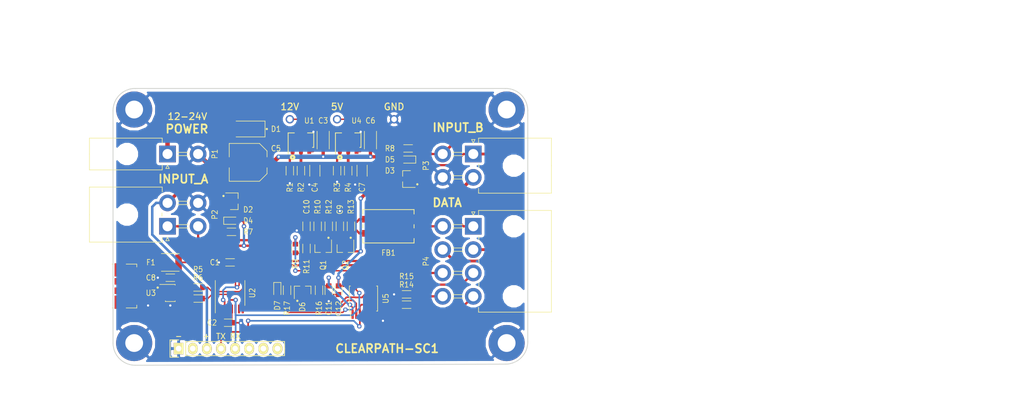
<source format=kicad_pcb>
(kicad_pcb (version 20170920) (host pcbnew no-vcs-found)
  (title_block (title "Clearpath SC1 Single Channel Hub") (date 2017-09-28) (rev 1.0) (company "Scott Rapson") (comment 1 "For use with SC Series Clearpath motors only.") (comment 2 "Supports 12-24VDC Input") (comment 3 "UART or TTL Serial for control, only one at once"))
  (layers (0 F.Cu signal) (31 B.Cu signal) (34 B.Paste user) (35 F.Paste user) (36 B.SilkS user) (37 F.SilkS user) (38 B.Mask user) (39 F.Mask user) (44 Edge.Cuts user))
  (net 0 "")
  (net 1 USB_VDD)
  (net 2 GND)
  (net 3 USB_3V3OUT)
  (net 4 +POWER)
  (net 5 +12V)
  (net 6 +5V)
  (net 7 "Net-(C9-Pad1)")
  (net 8 "Net-(C11-Pad1)")
  (net 9 "Net-(D1-PadA)")
  (net 10 INPUT_A+)
  (net 11 INPUT_B+)
  (net 12 "Net-(D4-PadC)")
  (net 13 "Net-(D5-PadC)")
  (net 14 "Net-(D6-Pad1)")
  (net 15 "Net-(D7-PadC)")
  (net 16 "Net-(F1-Pad2)")
  (net 17 MOTOR_RX_B)
  (net 18 MOTOR_RX_A)
  (net 19 "Net-(J?1-Pad4)")
  (net 20 "Net-(J?1-Pad3)")
  (net 21 "Net-(J?1-Pad2)")
  (net 22 INPUT_A-)
  (net 23 INPUT_B-)
  (net 24 MOTOR_TX_B)
  (net 25 MOTOR_TX_A)
  (net 26 "Net-(Q1-Pad1)")
  (net 27 "Net-(Q1-Pad2)")
  (net 28 "Net-(Q1-Pad3)")
  (net 29 "Net-(R1-Pad1)")
  (net 30 "Net-(R3-Pad1)")
  (net 31 "Net-(R5-Pad2)")
  (net 32 USB_D-)
  (net 33 USB_D+)
  (net 34 "Net-(R6-Pad2)")
  (net 35 "Net-(R9-Pad2)")
  (net 36 "Net-(R14-Pad2)")
  (net 37 "Net-(R17-Pad2)")
  (net 38 "Net-(U2-Pad16)")
  (net 39 "Net-(U2-Pad15)")
  (net 40 "Net-(U2-Pad14)")
  (net 41 "Net-(U2-Pad7)")
  (net 42 "Net-(U2-Pad6)")
  (net 43 SERIAL_RX)
  (net 44 "Net-(U2-Pad2)")
  (net 45 SERIAL_TX)
  (net 46 "Net-(U5-Pad11)")
  (net 47 "Net-(P5-Pad2)")
  (net 48 "Net-(P5-Pad6)")
  (net 49 "Net-(P5-Pad7)")
  (net 50 "Net-(P5-Pad8)")
  (module Applidyne_Fuse:FUSC3225X85L50N (layer F.Cu) (at 110.5 131.5 180)
    (fp_text reference F1 (at 3.5 0) (layer F.SilkS) (effects (font (size 1 0.9) (thickness 0.13))))
    (fp_text value 500mA_1210L_PTC hide)
    (pad 2 smd rect (at 1.485 0 180) (size 1.18 2.81) (layers F.Cu F.Paste F.Mask) (net 16 "Net-(F1-Pad2)"))
    (pad 1 smd rect (at -1.485 0 180) (size 1.18 2.81) (layers F.Cu F.Paste F.Mask) (net 1 USB_VDD))
  )
  (module Applidyne_Inductor:SRF0905 (layer F.Cu) (at 149.75 125)
    (fp_text reference FB1 (at 0 4.77) (layer F.SilkS) (effects (font (size 1 0.9) (thickness 0.13))))
    (fp_text value CHOKE_6500uH_300mA_0.3-2MHz hide)
    (pad 3 smd rect (at 3.75 1.27) (size 2 1.2) (layers F.Cu F.Paste F.Mask) (net 18 MOTOR_RX_A))
    (pad 4 smd rect (at 3.75 -1.27) (size 2 1.2) (layers F.Cu F.Paste F.Mask) (net 17 MOTOR_RX_B))
    (pad 1 smd rect (at -3.75 -1.27) (size 2 1.2) (layers F.Cu F.Paste F.Mask) (net 2 GND))
    (pad 2 smd rect (at -3.75 1.27) (size 2 1.2) (layers F.Cu F.Paste F.Mask) (net 7 "Net-(C9-Pad1)"))
  )
  (module Applidyne_Connector_Molex:Molex_MiniFit-JR-5569-08A2_2x04x4.20mm_Angled (layer F.Cu) (at 165 125 270)
    (fp_text reference P4 (at 6.3 8.5 270) (layer F.SilkS) (effects (font (size 1 0.9) (thickness 0.13))))
    (fp_text value MOLEX_MICROFIT_JR_RH_2x4_WAY)
    (pad 1 thru_hole rect (at 0 0 270) (size 3 3) (drill 1.8) (layers *.Cu *.Mask) (net 17 MOTOR_RX_B))
    (pad 2 thru_hole circle (at 4.2 0 270) (size 3 3) (drill 1.8) (layers *.Cu *.Mask) (net 11 INPUT_B+))
    (pad 3 thru_hole circle (at 8.4 0 270) (size 3 3) (drill 1.8) (layers *.Cu *.Mask) (net 10 INPUT_A+))
    (pad 4 thru_hole circle (at 12.6 0 270) (size 3 3) (drill 1.8) (layers *.Cu *.Mask) (net 25 MOTOR_TX_A))
    (pad 5 thru_hole circle (at 0 5.5 270) (size 3 3) (drill 1.8) (layers *.Cu *.Mask) (net 18 MOTOR_RX_A))
    (pad 6 thru_hole circle (at 4.2 5.5 270) (size 3 3) (drill 1.8) (layers *.Cu *.Mask) (net 23 INPUT_B-))
    (pad 7 thru_hole circle (at 8.4 5.5 270) (size 3 3) (drill 1.8) (layers *.Cu *.Mask) (net 22 INPUT_A-))
    (pad 8 thru_hole circle (at 12.6 5.5 270) (size 3 3) (drill 1.8) (layers *.Cu *.Mask) (net 24 MOTOR_TX_B))
    (pad "" np_thru_hole circle (at 0 -7.3 270) (size 3 3) (drill 3) (layers *.Cu *.Mask))
    (pad "" np_thru_hole circle (at 12.6 -7.3 270) (size 3 3) (drill 3) (layers *.Cu *.Mask))
  )
  (module Applidyne_Connector_Molex:Molex_MiniFit-JR-5569-04A2_2x02x4.20mm_Angled (layer F.Cu) (at 110 125 90)
    (fp_text reference P2 (at 2.1 8.5 90) (layer F.SilkS) (effects (font (size 1 0.9) (thickness 0.13))))
    (fp_text value MOLEX_MICROFIT_JR_RH_2x2_WAY)
    (pad 1 thru_hole rect (at 0 0 90) (size 3 3) (drill 1.8) (layers *.Cu *.Mask) (net 10 INPUT_A+))
    (pad 2 thru_hole circle (at 4.2 0 90) (size 3 3) (drill 1.8) (layers *.Cu *.Mask) (net 4 +POWER))
    (pad 3 thru_hole circle (at 0 5.5 90) (size 3 3) (drill 1.8) (layers *.Cu *.Mask) (net 22 INPUT_A-))
    (pad 4 thru_hole circle (at 4.2 5.5 90) (size 3 3) (drill 1.8) (layers *.Cu *.Mask) (net 2 GND))
    (pad "" np_thru_hole circle (at 2.1 -7.3 90) (size 3 3) (drill 3) (layers *.Cu *.Mask))
  )
  (module Applidyne_Connector_Molex:Molex_MiniFit-JR-5569-04A2_2x02x4.20mm_Angled (layer F.Cu) (at 165 112 270)
    (fp_text reference P3 (at 2.1 8.5 270) (layer F.SilkS) (effects (font (size 1 0.9) (thickness 0.13))))
    (fp_text value MOLEX_MICROFIT_JR_RH_2x2_WAY)
    (pad 1 thru_hole rect (at 0 0 270) (size 3 3) (drill 1.8) (layers *.Cu *.Mask) (net 11 INPUT_B+))
    (pad 2 thru_hole circle (at 4.2 0 270) (size 3 3) (drill 1.8) (layers *.Cu *.Mask) (net 4 +POWER))
    (pad 3 thru_hole circle (at 0 5.5 270) (size 3 3) (drill 1.8) (layers *.Cu *.Mask) (net 23 INPUT_B-))
    (pad 4 thru_hole circle (at 4.2 5.5 270) (size 3 3) (drill 1.8) (layers *.Cu *.Mask) (net 2 GND))
    (pad "" np_thru_hole circle (at 2.1 -7.3 270) (size 3 3) (drill 3) (layers *.Cu *.Mask))
  )
  (module Applidyne_Connector_Molex:Molex_MiniFit-JR-5569-02A2_2x01x4.20mm_Angled (layer F.Cu) (at 110 112 90)
    (fp_text reference P1 (at 0 8.5 90) (layer F.SilkS) (effects (font (size 1 0.9) (thickness 0.13))))
    (fp_text value MOLEX_MICROFIT_JR_RH_2x1_WAY)
    (pad 1 thru_hole rect (at 0 0 90) (size 3 3) (drill 1.8) (layers *.Cu *.Mask) (net 9 "Net-(D1-PadA)"))
    (pad 2 thru_hole circle (at 0 5.5 90) (size 3 3) (drill 1.8) (layers *.Cu *.Mask) (net 2 GND))
    (pad "" np_thru_hole circle (at 0 -7.3 90) (size 3 3) (drill 3) (layers *.Cu *.Mask))
  )
  (module Applidyne_Capacitor:CAPC1608X90N (layer F.Cu) (at 121.25 131.5 180)
    (fp_text reference C1 (at 2.75 0 180) (layer F.SilkS) (effects (font (size 1 0.9) (thickness 0.13))))
    (fp_text value 100NF_X7R_1608M hide)
    (pad 1 smd rect (at -0.775 0) (size 0.92 0.97) (layers F.Cu F.Paste F.Mask) (net 1 USB_VDD))
    (pad 2 smd rect (at 0.775 0) (size 0.92 0.97) (layers F.Cu F.Paste F.Mask) (net 2 GND))
  )
  (module Applidyne_Capacitor:CAPC1608X90N (layer F.Cu) (at 121 142.35)
    (fp_text reference C2 (at -3 0) (layer F.SilkS) (effects (font (size 1 0.9) (thickness 0.13))))
    (fp_text value 100NF_X7R_1608M hide)
    (pad 2 smd rect (at 0.775 0 180) (size 0.92 0.97) (layers F.Cu F.Paste F.Mask) (net 2 GND))
    (pad 1 smd rect (at -0.775 0 180) (size 0.92 0.97) (layers F.Cu F.Paste F.Mask) (net 3 USB_3V3OUT))
  )
  (module Applidyne_Capacitor:CAPC3216X135N (layer F.Cu) (at 138 109.5 90)
    (fp_text reference C3 (at 3.5 0 180) (layer F.SilkS) (effects (font (size 1 0.9) (thickness 0.13))))
    (fp_text value 1UF_X7R_3216M hide)
    (pad 2 smd rect (at 1.475 0 270) (size 1.16 1.82) (layers F.Cu F.Paste F.Mask) (net 2 GND))
    (pad 1 smd rect (at -1.475 0 270) (size 1.16 1.82) (layers F.Cu F.Paste F.Mask) (net 4 +POWER))
  )
  (module Applidyne_Capacitor:CAPC2012X110N (layer F.Cu) (at 136.5 115 270)
    (fp_text reference C4 (at 3 0 270) (layer F.SilkS) (effects (font (size 1 0.9) (thickness 0.13))))
    (fp_text value 1UF_X7R_2012M hide)
    (pad 2 smd rect (at 0.875 0 90) (size 1.16 1.47) (layers F.Cu F.Paste F.Mask) (net 2 GND))
    (pad 1 smd rect (at -0.875 0 90) (size 1.16 1.47) (layers F.Cu F.Paste F.Mask) (net 5 +12V))
  )
  (module Applidyne_Capacitor:CAPAE660X580DD180L260N (layer F.Cu) (at 124.5 113.5 180)
    (fp_text reference C5 (at -5 2.5 180) (layer F.SilkS) (effects (font (size 1 0.9) (thickness 0.13))))
    (fp_text value 100UF_ELEC_35V_660X580M hide)
    (pad 1 smd rect (at -2.48 0 270) (size 1.58 3.27) (layers F.Cu F.Paste F.Mask) (net 4 +POWER))
    (pad 2 smd rect (at 2.48 0 270) (size 1.58 3.27) (layers F.Cu F.Paste F.Mask) (net 2 GND))
  )
  (module Applidyne_Capacitor:CAPC3216X135N (layer F.Cu) (at 146.5 109.5 90)
    (fp_text reference C6 (at 3.5 0 180) (layer F.SilkS) (effects (font (size 1 0.9) (thickness 0.13))))
    (fp_text value 1UF_X7R_3216M hide)
    (pad 1 smd rect (at -1.475 0 270) (size 1.16 1.82) (layers F.Cu F.Paste F.Mask) (net 4 +POWER))
    (pad 2 smd rect (at 1.475 0 270) (size 1.16 1.82) (layers F.Cu F.Paste F.Mask) (net 2 GND))
  )
  (module Applidyne_Capacitor:CAPC2012X110N (layer F.Cu) (at 145 115 270)
    (fp_text reference C7 (at 3 0 270) (layer F.SilkS) (effects (font (size 1 0.9) (thickness 0.13))))
    (fp_text value 1UF_X7R_2012M hide)
    (pad 1 smd rect (at -0.875 0 90) (size 1.16 1.47) (layers F.Cu F.Paste F.Mask) (net 6 +5V))
    (pad 2 smd rect (at 0.875 0 90) (size 1.16 1.47) (layers F.Cu F.Paste F.Mask) (net 2 GND))
  )
  (module Applidyne_Capacitor:CAPC1608X90N (layer F.Cu) (at 110.5 134.25 180)
    (fp_text reference C8 (at 3.5 0 180) (layer F.SilkS) (effects (font (size 1 0.9) (thickness 0.13))))
    (fp_text value 100NF_X7R_1608M hide)
    (pad 2 smd rect (at 0.775 0) (size 0.92 0.97) (layers F.Cu F.Paste F.Mask) (net 2 GND))
    (pad 1 smd rect (at -0.775 0) (size 0.92 0.97) (layers F.Cu F.Paste F.Mask) (net 1 USB_VDD))
  )
  (module Applidyne_Capacitor:CAPC1608X90N (layer F.Cu) (at 141 125 90)
    (fp_text reference C9 (at 3 0 90) (layer F.SilkS) (effects (font (size 1 0.9) (thickness 0.13))))
    (fp_text value 33NF_X7R_1608M hide)
    (pad 2 smd rect (at 0.775 0 270) (size 0.92 0.97) (layers F.Cu F.Paste F.Mask) (net 2 GND))
    (pad 1 smd rect (at -0.775 0 270) (size 0.92 0.97) (layers F.Cu F.Paste F.Mask) (net 7 "Net-(C9-Pad1)"))
  )
  (module Applidyne_Capacitor:CAPC1608X90N (layer F.Cu) (at 135 125 270)
    (fp_text reference C10 (at -3.5 0 270) (layer F.SilkS) (effects (font (size 1 0.9) (thickness 0.13))))
    (fp_text value 100NF_X7R_1608M hide)
    (pad 1 smd rect (at -0.775 0 90) (size 0.92 0.97) (layers F.Cu F.Paste F.Mask) (net 5 +12V))
    (pad 2 smd rect (at 0.775 0 90) (size 0.92 0.97) (layers F.Cu F.Paste F.Mask) (net 2 GND))
  )
  (module Applidyne_Capacitor:CAPC1608X90N (layer F.Cu) (at 139 136.5 270)
    (fp_text reference C11 (at 3.25 0 270) (layer F.SilkS) (effects (font (size 1 0.9) (thickness 0.13))))
    (fp_text value 100NF_X7R_1608M hide)
    (pad 1 smd rect (at -0.775 0 90) (size 0.92 0.97) (layers F.Cu F.Paste F.Mask) (net 8 "Net-(C11-Pad1)"))
    (pad 2 smd rect (at 0.775 0 90) (size 0.92 0.97) (layers F.Cu F.Paste F.Mask) (net 2 GND))
  )
  (module Applidyne_SOD:SODFL5125X250N (layer F.Cu) (at 124.5 107.5 180)
    (fp_text reference D1 (at -5 0 180) (layer F.SilkS) (effects (font (size 1 0.9) (thickness 0.13))))
    (fp_text value 1000V_1A_SODFL5125 hide)
    (pad C smd rect (at -2.03 0 270) (size 1.62 1.66) (layers F.Cu F.Paste F.Mask) (net 4 +POWER))
    (pad A smd rect (at 2.03 0 270) (size 1.62 1.66) (layers F.Cu F.Paste F.Mask) (net 9 "Net-(D1-PadA)"))
  )
  (module Applidyne_SOT:SOT95P240X110-3L16N (layer F.Cu) (at 122 120.5 270)
    (fp_text reference D2 (at 1.5 -2.5) (layer F.SilkS) (effects (font (size 1 0.9) (thickness 0.13))))
    (fp_text value BAS21_SOT23 hide)
    (pad 1 smd rect (at -0.95 1.025 90) (size 0.61 1.18) (layers F.Cu F.Paste F.Mask) (net 4 +POWER))
    (pad 2 smd rect (at 0.95 1.025 90) (size 0.61 1.18) (layers F.Cu F.Paste F.Mask))
    (pad 3 smd rect (at 0 -1.025 90) (size 0.61 1.18) (layers F.Cu F.Paste F.Mask) (net 10 INPUT_A+))
  )
  (module Applidyne_SOT:SOT95P240X110-3L16N (layer F.Cu) (at 153 116.5 90)
    (fp_text reference D3 (at 1.5 -3 180) (layer F.SilkS) (effects (font (size 1 0.9) (thickness 0.13))))
    (fp_text value BAS21_SOT23 hide)
    (pad 3 smd rect (at 0 -1.025 270) (size 0.61 1.18) (layers F.Cu F.Paste F.Mask) (net 11 INPUT_B+))
    (pad 2 smd rect (at 0.95 1.025 270) (size 0.61 1.18) (layers F.Cu F.Paste F.Mask))
    (pad 1 smd rect (at -0.95 1.025 270) (size 0.61 1.18) (layers F.Cu F.Paste F.Mask) (net 4 +POWER))
  )
  (module Applidyne_LED:LEDC1608X80L40N (layer F.Cu) (at 121.5 124)
    (fp_text reference D4 (at 3 0) (layer F.SilkS) (effects (font (size 1 0.9) (thickness 0.13))))
    (fp_text value LED_GREEN_1608M hide)
    (pad C smd rect (at -0.76 0) (size 0.91 0.93) (layers F.Cu F.Paste F.Mask) (net 12 "Net-(D4-PadC)"))
    (pad A smd rect (at 0.76 0) (size 0.91 0.93) (layers F.Cu F.Paste F.Mask) (net 10 INPUT_A+))
  )
  (module Applidyne_LED:LEDC1608X80L40N (layer F.Cu) (at 153.26 113 180)
    (fp_text reference D5 (at 3.26 0 180) (layer F.SilkS) (effects (font (size 1 0.9) (thickness 0.13))))
    (fp_text value LED_GREEN_1608M hide)
    (pad C smd rect (at -0.76 0 180) (size 0.91 0.93) (layers F.Cu F.Paste F.Mask) (net 13 "Net-(D5-PadC)"))
    (pad A smd rect (at 0.76 0 180) (size 0.91 0.93) (layers F.Cu F.Paste F.Mask) (net 11 INPUT_B+))
  )
  (module Applidyne_SOT:SOT95P240X110-3L16N (layer F.Cu) (at 134.3 136.475)
    (fp_text reference D6 (at -0.05 3.025 270) (layer F.SilkS) (effects (font (size 1 0.9) (thickness 0.13))))
    (fp_text value BAS21_SOT23 hide)
    (pad 3 smd rect (at 0 -1.025 180) (size 0.61 1.18) (layers F.Cu F.Paste F.Mask) (net 8 "Net-(C11-Pad1)"))
    (pad 2 smd rect (at 0.95 1.025 180) (size 0.61 1.18) (layers F.Cu F.Paste F.Mask))
    (pad 1 smd rect (at -0.95 1.025 180) (size 0.61 1.18) (layers F.Cu F.Paste F.Mask) (net 14 "Net-(D6-Pad1)"))
  )
  (module Applidyne_LED:LEDC1608X80L40N (layer F.Cu) (at 129.75 136.5 270)
    (fp_text reference D7 (at 2.75 0 270) (layer F.SilkS) (effects (font (size 1 0.9) (thickness 0.13))))
    (fp_text value LED_GREEN_1608M hide)
    (pad A smd rect (at 0.76 0 270) (size 0.91 0.93) (layers F.Cu F.Paste F.Mask) (net 6 +5V))
    (pad C smd rect (at -0.76 0 270) (size 0.91 0.93) (layers F.Cu F.Paste F.Mask) (net 15 "Net-(D7-PadC)"))
  )
  (module Applidyne_USB:MOLEX_47346-0001 (layer F.Cu) (at 102.75 135.75)
    (fp_text reference J?1 hide)
    (fp_text value USB_MICRO_B_SMD_2)
    (pad 6 smd rect (at -1.33 0.84) (size 1.9 1.175) (layers F.Cu F.Paste F.Mask))
    (pad 6 smd rect (at -1.33 -0.84) (size 1.9 1.175) (layers F.Cu F.Paste F.Mask))
    (pad 6 smd rect (at -1.33 2.91) (size 1.9 2.375) (layers F.Cu F.Paste F.Mask))
    (pad 6 smd rect (at -1.33 -2.91) (size 1.9 2.375) (layers F.Cu F.Paste F.Mask))
    (pad 6 smd rect (at 0.97 2.4625) (size 2.1 1.475) (layers F.Cu F.Paste F.Mask))
    (pad 6 smd rect (at 0.97 -2.4625) (size 2.1 1.475) (layers F.Cu F.Paste F.Mask))
    (pad 5 smd rect (at 1.33 1.3) (size 1.38 0.45) (layers F.Cu F.Paste F.Mask) (net 2 GND))
    (pad 4 smd rect (at 1.33 0.65) (size 1.38 0.45) (layers F.Cu F.Paste F.Mask) (net 19 "Net-(J?1-Pad4)"))
    (pad 3 smd rect (at 1.33 0) (size 1.38 0.45) (layers F.Cu F.Paste F.Mask) (net 20 "Net-(J?1-Pad3)"))
    (pad 2 smd rect (at 1.33 -0.65) (size 1.38 0.45) (layers F.Cu F.Paste F.Mask) (net 21 "Net-(J?1-Pad2)"))
    (pad 1 smd rect (at 1.33 -1.3) (size 1.38 0.45) (layers F.Cu F.Paste F.Mask) (net 16 "Net-(F1-Pad2)"))
  )
  (module Applidyne_Mount:MTGP650H330 (layer F.Cu) (at 171 104)
    (fp_text reference MNT1 hide)
    (fp_text value MNT_M3_PLATED hide)
    (pad 1 thru_hole circle (at 0 0) (size 6.5 6.5) (drill 3.2) (layers *.Cu *.Mask) (net 2 GND))
  )
  (module Applidyne_Mount:MTGP650H330 (layer F.Cu) (at 171 146)
    (fp_text reference MNT2 hide)
    (fp_text value MNT_M3_PLATED hide)
    (pad 1 thru_hole circle (at 0 0) (size 6.5 6.5) (drill 3.2) (layers *.Cu *.Mask) (net 2 GND))
  )
  (module Applidyne_Mount:MTGP650H330 (layer F.Cu) (at 104 146)
    (fp_text reference MNT3 hide)
    (fp_text value MNT_M3_PLATED hide)
    (pad 1 thru_hole circle (at 0 0) (size 6.5 6.5) (drill 3.2) (layers *.Cu *.Mask) (net 2 GND))
  )
  (module Applidyne_Mount:MTGP650H330 (layer F.Cu) (at 104 104)
    (fp_text reference MNT4 hide)
    (fp_text value MNT_M3_PLATED hide)
    (pad 1 thru_hole circle (at 0 0) (size 6.5 6.5) (drill 3.2) (layers *.Cu *.Mask) (net 2 GND))
  )
  (module Applidyne_SOT:SOT95P240X110-3L16N (layer F.Cu) (at 138 129 180)
    (fp_text reference Q1 (at 0 -3 270) (layer F.SilkS) (effects (font (size 1 0.9) (thickness 0.13))))
    (fp_text value MMBT5401 hide)
    (pad 1 smd rect (at -0.95 1.025) (size 0.61 1.18) (layers F.Cu F.Paste F.Mask) (net 26 "Net-(Q1-Pad1)"))
    (pad 2 smd rect (at 0.95 1.025) (size 0.61 1.18) (layers F.Cu F.Paste F.Mask) (net 27 "Net-(Q1-Pad2)"))
    (pad 3 smd rect (at 0 -1.025) (size 0.61 1.18) (layers F.Cu F.Paste F.Mask) (net 28 "Net-(Q1-Pad3)"))
  )
  (module Applidyne_SOT:SOT95P240X110-3L16N (layer F.Cu) (at 142 129 180)
    (fp_text reference Q2 (at 0 -3 270) (layer F.SilkS) (effects (font (size 1 0.9) (thickness 0.13))))
    (fp_text value MMBTA06 hide)
    (pad 1 smd rect (at -0.95 1.025) (size 0.61 1.18) (layers F.Cu F.Paste F.Mask) (net 6 +5V))
    (pad 2 smd rect (at 0.95 1.025) (size 0.61 1.18) (layers F.Cu F.Paste F.Mask) (net 7 "Net-(C9-Pad1)"))
    (pad 3 smd rect (at 0 -1.025) (size 0.61 1.18) (layers F.Cu F.Paste F.Mask) (net 26 "Net-(Q1-Pad1)"))
  )
  (module Applidyne_Resistor:RESC1608X50N (layer F.Cu) (at 132 115 270)
    (fp_text reference R1 (at 3 0 270) (layer F.SilkS) (effects (font (size 1 0.9) (thickness 0.13))))
    (fp_text value 2K2_1608M hide)
    (pad 1 smd rect (at -0.775 0 90) (size 0.85 0.98) (layers F.Cu F.Paste F.Mask) (net 29 "Net-(R1-Pad1)"))
    (pad 2 smd rect (at 0.775 0 90) (size 0.85 0.98) (layers F.Cu F.Paste F.Mask) (net 2 GND))
  )
  (module Applidyne_Resistor:RESC1608X50N (layer F.Cu) (at 134 115 270)
    (fp_text reference R2 (at 3 0 270) (layer F.SilkS) (effects (font (size 1 0.9) (thickness 0.13))))
    (fp_text value 240R_1608M hide)
    (pad 1 smd rect (at -0.775 0 90) (size 0.85 0.98) (layers F.Cu F.Paste F.Mask) (net 5 +12V))
    (pad 2 smd rect (at 0.775 0 90) (size 0.85 0.98) (layers F.Cu F.Paste F.Mask) (net 29 "Net-(R1-Pad1)"))
  )
  (module Applidyne_Resistor:RESC1608X50N (layer F.Cu) (at 140.5 115 270)
    (fp_text reference R3 (at 3 0 270) (layer F.SilkS) (effects (font (size 1 0.9) (thickness 0.13))))
    (fp_text value 750R_1608M hide)
    (pad 2 smd rect (at 0.775 0 90) (size 0.85 0.98) (layers F.Cu F.Paste F.Mask) (net 2 GND))
    (pad 1 smd rect (at -0.775 0 90) (size 0.85 0.98) (layers F.Cu F.Paste F.Mask) (net 30 "Net-(R3-Pad1)"))
  )
  (module Applidyne_Resistor:RESC1608X50N (layer F.Cu) (at 142.5 115 270)
    (fp_text reference R4 (at 3 0 270) (layer F.SilkS) (effects (font (size 1 0.9) (thickness 0.13))))
    (fp_text value 240R_1608M hide)
    (pad 2 smd rect (at 0.775 0 90) (size 0.85 0.98) (layers F.Cu F.Paste F.Mask) (net 30 "Net-(R3-Pad1)"))
    (pad 1 smd rect (at -0.775 0 90) (size 0.85 0.98) (layers F.Cu F.Paste F.Mask) (net 6 +5V))
  )
  (module Applidyne_Resistor:RESC1608X50N (layer F.Cu) (at 115.5 136 180)
    (fp_text reference R5 (at 0 3.25 180) (layer F.SilkS) (effects (font (size 1 0.9) (thickness 0.13))))
    (fp_text value 22R_1608M hide)
    (pad 2 smd rect (at 0.775 0) (size 0.85 0.98) (layers F.Cu F.Paste F.Mask) (net 31 "Net-(R5-Pad2)"))
    (pad 1 smd rect (at -0.775 0) (size 0.85 0.98) (layers F.Cu F.Paste F.Mask) (net 32 USB_D-))
  )
  (module Applidyne_Resistor:RESC1608X50N (layer F.Cu) (at 115.525 138 180)
    (fp_text reference R6 (at 0.025 3.75 180) (layer F.SilkS) (effects (font (size 1 0.9) (thickness 0.13))))
    (fp_text value 22R_1608M hide)
    (pad 1 smd rect (at -0.775 0) (size 0.85 0.98) (layers F.Cu F.Paste F.Mask) (net 33 USB_D+))
    (pad 2 smd rect (at 0.775 0) (size 0.85 0.98) (layers F.Cu F.Paste F.Mask) (net 34 "Net-(R6-Pad2)"))
  )
  (module Applidyne_Resistor:RESC1608X50N (layer F.Cu) (at 121.5 126)
    (fp_text reference R7 (at 3 0) (layer F.SilkS) (effects (font (size 1 0.9) (thickness 0.13))))
    (fp_text value 2K40_1608M hide)
    (pad 2 smd rect (at 0.775 0 180) (size 0.85 0.98) (layers F.Cu F.Paste F.Mask) (net 22 INPUT_A-))
    (pad 1 smd rect (at -0.775 0 180) (size 0.85 0.98) (layers F.Cu F.Paste F.Mask) (net 12 "Net-(D4-PadC)"))
  )
  (module Applidyne_Resistor:RESC1608X50N (layer F.Cu) (at 153.275 111 180)
    (fp_text reference R8 (at 3.275 0 180) (layer F.SilkS) (effects (font (size 1 0.9) (thickness 0.13))))
    (fp_text value 2K40_1608M hide)
    (pad 1 smd rect (at -0.775 0) (size 0.85 0.98) (layers F.Cu F.Paste F.Mask) (net 13 "Net-(D5-PadC)"))
    (pad 2 smd rect (at 0.775 0) (size 0.85 0.98) (layers F.Cu F.Paste F.Mask) (net 23 INPUT_B-))
  )
  (module Applidyne_Resistor:RESC1608X50N (layer F.Cu) (at 133 129 90)
    (fp_text reference R9 (at -2.75 0 90) (layer F.SilkS) (effects (font (size 1 0.9) (thickness 0.13))))
    (fp_text value 1K00_1608M hide)
    (pad 1 smd rect (at -0.775 0 270) (size 0.85 0.98) (layers F.Cu F.Paste F.Mask) (net 28 "Net-(Q1-Pad3)"))
    (pad 2 smd rect (at 0.775 0 270) (size 0.85 0.98) (layers F.Cu F.Paste F.Mask) (net 35 "Net-(R9-Pad2)"))
  )
  (module Applidyne_Resistor:RESC1608X50N (layer F.Cu) (at 137 125 270)
    (fp_text reference R10 (at -3.5 0 270) (layer F.SilkS) (effects (font (size 1 0.9) (thickness 0.13))))
    (fp_text value 768R_1608M hide)
    (pad 1 smd rect (at -0.775 0 90) (size 0.85 0.98) (layers F.Cu F.Paste F.Mask) (net 5 +12V))
    (pad 2 smd rect (at 0.775 0 90) (size 0.85 0.98) (layers F.Cu F.Paste F.Mask) (net 27 "Net-(Q1-Pad2)"))
  )
  (module Applidyne_Resistor:RESC1608X50N (layer F.Cu) (at 135 129 90)
    (fp_text reference R11 (at -3.25 0 90) (layer F.SilkS) (effects (font (size 1 0.9) (thickness 0.13))))
    (fp_text value 4K7_1608M hide)
    (pad 1 smd rect (at -0.775 0 270) (size 0.85 0.98) (layers F.Cu F.Paste F.Mask) (net 28 "Net-(Q1-Pad3)"))
    (pad 2 smd rect (at 0.775 0 270) (size 0.85 0.98) (layers F.Cu F.Paste F.Mask) (net 2 GND))
  )
  (module Applidyne_Resistor:RESC1608X50N (layer F.Cu) (at 139 125 270)
    (fp_text reference R12 (at -3.5 0 270) (layer F.SilkS) (effects (font (size 1 0.9) (thickness 0.13))))
    (fp_text value 93K1_1608M hide)
    (pad 1 smd rect (at -0.775 0 90) (size 0.85 0.98) (layers F.Cu F.Paste F.Mask) (net 5 +12V))
    (pad 2 smd rect (at 0.775 0 90) (size 0.85 0.98) (layers F.Cu F.Paste F.Mask) (net 26 "Net-(Q1-Pad1)"))
  )
  (module Applidyne_Resistor:RESC1608X50N (layer F.Cu) (at 143 125 90)
    (fp_text reference R13 (at 3.5 0 90) (layer F.SilkS) (effects (font (size 1 0.9) (thickness 0.13))))
    (fp_text value 560R_1608M hide)
    (pad 1 smd rect (at -0.775 0 270) (size 0.85 0.98) (layers F.Cu F.Paste F.Mask) (net 7 "Net-(C9-Pad1)"))
    (pad 2 smd rect (at 0.775 0 270) (size 0.85 0.98) (layers F.Cu F.Paste F.Mask) (net 2 GND))
  )
  (module Applidyne_Resistor:RESC1608X50N (layer F.Cu) (at 153 139.1 180)
    (fp_text reference R14 (at 0 3.6 180) (layer F.SilkS) (effects (font (size 1 0.9) (thickness 0.13))))
    (fp_text value 62R_1608M hide)
    (pad 1 smd rect (at -0.775 0) (size 0.85 0.98) (layers F.Cu F.Paste F.Mask) (net 25 MOTOR_TX_A))
    (pad 2 smd rect (at 0.775 0) (size 0.85 0.98) (layers F.Cu F.Paste F.Mask) (net 36 "Net-(R14-Pad2)"))
  )
  (module Applidyne_Resistor:RESC1608X50N (layer F.Cu) (at 153 137.25 180)
    (fp_text reference R15 (at 0 3.25 180) (layer F.SilkS) (effects (font (size 1 0.9) (thickness 0.13))))
    (fp_text value 62R_1608M hide)
    (pad 2 smd rect (at 0.775 0) (size 0.85 0.98) (layers F.Cu F.Paste F.Mask) (net 2 GND))
    (pad 1 smd rect (at -0.775 0) (size 0.85 0.98) (layers F.Cu F.Paste F.Mask) (net 24 MOTOR_TX_B))
  )
  (module Applidyne_Resistor:RESC1608X50N (layer F.Cu) (at 137.25 136.5 270)
    (fp_text reference R16 (at 3.25 0 270) (layer F.SilkS) (effects (font (size 1 0.9) (thickness 0.13))))
    (fp_text value 470K_1608M hide)
    (pad 2 smd rect (at 0.775 0 90) (size 0.85 0.98) (layers F.Cu F.Paste F.Mask) (net 14 "Net-(D6-Pad1)"))
    (pad 1 smd rect (at -0.775 0 90) (size 0.85 0.98) (layers F.Cu F.Paste F.Mask) (net 8 "Net-(C11-Pad1)"))
  )
  (module Applidyne_Resistor:RESC1608X50N (layer F.Cu) (at 131.5 136.5 270)
    (fp_text reference R17 (at 3.25 0 270) (layer F.SilkS) (effects (font (size 1 0.9) (thickness 0.13))))
    (fp_text value 390R_1608M hide)
    (pad 2 smd rect (at 0.775 0 90) (size 0.85 0.98) (layers F.Cu F.Paste F.Mask) (net 37 "Net-(R17-Pad2)"))
    (pad 1 smd rect (at -0.775 0 90) (size 0.85 0.98) (layers F.Cu F.Paste F.Mask) (net 15 "Net-(D7-PadC)"))
  )
  (module Applidyne_SOT:SOT89N (layer F.Cu) (at 134 109.5)
    (fp_text reference U1 (at 1.5 -3.5) (layer F.SilkS) (effects (font (size 1 0.9) (thickness 0.13))))
    (fp_text value LM317LCPK hide)
    (pad 1 smd rect (at -1.5 1.875) (size 0.7 1.2) (layers F.Cu F.Paste F.Mask) (net 29 "Net-(R1-Pad1)"))
    (pad 2 smd rect (at 0 1.875) (size 0.7 1.2) (layers F.Cu F.Paste F.Mask) (net 5 +12V))
    (pad 3 smd rect (at 1.5 1.875) (size 0.7 1.2) (layers F.Cu F.Paste F.Mask) (net 4 +POWER))
    (pad 2 smd rect (at 0 0.889) (size 0.7 1) (layers F.Cu F.Mask) (net 5 +12V))
    (pad 2 smd rect (at 0 -0.9625) (size 2 2.925) (layers F.Cu F.Mask) (net 5 +12V))
  )
  (module Applidyne_SOP:SOP16P65_500X640X120L62X24N (layer F.Cu) (at 121.25 137)
    (fp_text reference U2 (at 4 0 270) (layer F.SilkS) (effects (font (size 1 0.9) (thickness 0.13))))
    (fp_text value FT230XS-R)
    (pad 16 smd rect (at -2.275 -2.87 90) (size 1.57 0.41) (layers F.Cu F.Paste F.Mask) (net 38 "Net-(U2-Pad16)"))
    (pad 15 smd rect (at -1.625 -2.87 90) (size 1.57 0.41) (layers F.Cu F.Paste F.Mask) (net 39 "Net-(U2-Pad15)"))
    (pad 14 smd rect (at -0.975 -2.87 90) (size 1.57 0.41) (layers F.Cu F.Paste F.Mask) (net 40 "Net-(U2-Pad14)"))
    (pad 13 smd rect (at -0.325 -2.87 90) (size 1.57 0.41) (layers F.Cu F.Paste F.Mask) (net 2 GND))
    (pad 12 smd rect (at 0.325 -2.87 90) (size 1.57 0.41) (layers F.Cu F.Paste F.Mask) (net 1 USB_VDD))
    (pad 11 smd rect (at 0.975 -2.87 90) (size 1.57 0.41) (layers F.Cu F.Paste F.Mask) (net 3 USB_3V3OUT))
    (pad 10 smd rect (at 1.625 -2.87 90) (size 1.57 0.41) (layers F.Cu F.Paste F.Mask) (net 3 USB_3V3OUT))
    (pad 9 smd rect (at 2.275 -2.87 90) (size 1.57 0.41) (layers F.Cu F.Paste F.Mask) (net 32 USB_D-))
    (pad 8 smd rect (at 2.275 2.87 90) (size 1.57 0.41) (layers F.Cu F.Paste F.Mask) (net 33 USB_D+))
    (pad 7 smd rect (at 1.625 2.87 90) (size 1.57 0.41) (layers F.Cu F.Paste F.Mask) (net 41 "Net-(U2-Pad7)"))
    (pad 6 smd rect (at 0.975 2.87 90) (size 1.57 0.41) (layers F.Cu F.Paste F.Mask) (net 42 "Net-(U2-Pad6)"))
    (pad 5 smd rect (at 0.325 2.87 90) (size 1.57 0.41) (layers F.Cu F.Paste F.Mask) (net 2 GND))
    (pad 4 smd rect (at -0.325 2.87 90) (size 1.57 0.41) (layers F.Cu F.Paste F.Mask) (net 43 SERIAL_RX))
    (pad 3 smd rect (at -0.975 2.87 90) (size 1.57 0.41) (layers F.Cu F.Paste F.Mask) (net 3 USB_3V3OUT))
    (pad 2 smd rect (at -1.625 2.87 90) (size 1.57 0.41) (layers F.Cu F.Paste F.Mask) (net 44 "Net-(U2-Pad2)"))
    (pad 1 smd rect (at -2.275 2.87 90) (size 1.57 0.41) (layers F.Cu F.Paste F.Mask) (net 45 SERIAL_TX))
  )
  (module Applidyne_SOT:SOT95P280X145-6L50N (layer F.Cu) (at 110.5 137 270)
    (fp_text reference U3 (at 0 3.5) (layer F.SilkS) (effects (font (size 1 0.9) (thickness 0.13))))
    (fp_text value USBLC6 hide)
    (pad 1 smd rect (at -0.95 1.175) (size 1.35 0.56) (layers F.Cu F.Paste F.Mask) (net 21 "Net-(J?1-Pad2)"))
    (pad 2 smd rect (at 0 1.175) (size 1.35 0.56) (layers F.Cu F.Paste F.Mask) (net 2 GND))
    (pad 3 smd rect (at 0.95 1.175) (size 1.35 0.56) (layers F.Cu F.Paste F.Mask) (net 20 "Net-(J?1-Pad3)"))
    (pad 4 smd rect (at 0.95 -1.175) (size 1.35 0.56) (layers F.Cu F.Paste F.Mask) (net 34 "Net-(R6-Pad2)"))
    (pad 5 smd rect (at 0 -1.175) (size 1.35 0.56) (layers F.Cu F.Paste F.Mask) (net 1 USB_VDD))
    (pad 6 smd rect (at -0.95 -1.175) (size 1.35 0.56) (layers F.Cu F.Paste F.Mask) (net 31 "Net-(R5-Pad2)"))
  )
  (module Applidyne_SOT:SOT89N (layer F.Cu) (at 142.5 109.5)
    (fp_text reference U4 (at 1.5 -3.5) (layer F.SilkS) (effects (font (size 1 0.9) (thickness 0.13))))
    (fp_text value LM317LCPK hide)
    (pad 2 smd rect (at 0 -0.9625) (size 2 2.925) (layers F.Cu F.Mask) (net 6 +5V))
    (pad 2 smd rect (at 0 0.889) (size 0.7 1) (layers F.Cu F.Mask) (net 6 +5V))
    (pad 3 smd rect (at 1.5 1.875) (size 0.7 1.2) (layers F.Cu F.Paste F.Mask) (net 4 +POWER))
    (pad 2 smd rect (at 0 1.875) (size 0.7 1.2) (layers F.Cu F.Paste F.Mask) (net 6 +5V))
    (pad 1 smd rect (at -1.5 1.875) (size 0.7 1.2) (layers F.Cu F.Paste F.Mask) (net 30 "Net-(R3-Pad1)"))
  )
  (module Applidyne_SOP:SOP14P65_500X640X120L62X24N (layer F.Cu) (at 145.25 138)
    (fp_text reference U5 (at 4 0 90) (layer F.SilkS) (effects (font (size 1 0.9) (thickness 0.13))))
    (fp_text value SN74HC14PWR)
    (pad 14 smd rect (at -1.95 -2.87 90) (size 1.57 0.41) (layers F.Cu F.Paste F.Mask) (net 6 +5V))
    (pad 13 smd rect (at -1.3 -2.87 90) (size 1.57 0.41) (layers F.Cu F.Paste F.Mask) (net 43 SERIAL_RX))
    (pad 12 smd rect (at -0.65 -2.87 90) (size 1.57 0.41) (layers F.Cu F.Paste F.Mask) (net 46 "Net-(U5-Pad11)"))
    (pad 11 smd rect (at 0 -2.87 90) (size 1.57 0.41) (layers F.Cu F.Paste F.Mask) (net 46 "Net-(U5-Pad11)"))
    (pad 10 smd rect (at 0.65 -2.87 90) (size 1.57 0.41) (layers F.Cu F.Paste F.Mask) (net 35 "Net-(R9-Pad2)"))
    (pad 9 smd rect (at 1.3 -2.87 90) (size 1.57 0.41) (layers F.Cu F.Paste F.Mask) (net 14 "Net-(D6-Pad1)"))
    (pad 8 smd rect (at 1.95 -2.87 90) (size 1.57 0.41) (layers F.Cu F.Paste F.Mask) (net 45 SERIAL_TX))
    (pad 7 smd rect (at 1.95 2.87 90) (size 1.57 0.41) (layers F.Cu F.Paste F.Mask) (net 2 GND))
    (pad 6 smd rect (at 1.3 2.87 90) (size 1.57 0.41) (layers F.Cu F.Paste F.Mask) (net 36 "Net-(R14-Pad2)"))
    (pad 5 smd rect (at 0.65 2.87 90) (size 1.57 0.41) (layers F.Cu F.Paste F.Mask) (net 45 SERIAL_TX))
    (pad 4 smd rect (at 0 2.87 90) (size 1.57 0.41) (layers F.Cu F.Paste F.Mask) (net 36 "Net-(R14-Pad2)"))
    (pad 3 smd rect (at -0.65 2.87 90) (size 1.57 0.41) (layers F.Cu F.Paste F.Mask) (net 45 SERIAL_TX))
    (pad 2 smd rect (at -1.3 2.87 90) (size 1.57 0.41) (layers F.Cu F.Paste F.Mask) (net 37 "Net-(R17-Pad2)"))
    (pad 1 smd rect (at -1.95 2.87 90) (size 1.57 0.41) (layers F.Cu F.Paste F.Mask) (net 8 "Net-(C11-Pad1)"))
  )
  (module Applidyne_Test:KEYSTONE_5000 (layer F.Cu) (at 132 105.75)
    (fp_text reference TEST1 hide)
    (fp_text value CLIP_HOOK_RED hide)
    (pad 1 thru_hole circle (at 0 0) (size 1.5 1.5) (drill 1) (layers *.Cu *.Mask) (net 5 +12V))
  )
  (module Applidyne_Test:KEYSTONE_5000 (layer F.Cu) (at 140.5 105.75)
    (fp_text reference TEST2 hide)
    (fp_text value CLIP_HOOK_RED hide)
    (pad 1 thru_hole circle (at 0 0) (size 1.5 1.5) (drill 1) (layers *.Cu *.Mask) (net 6 +5V))
  )
  (module Applidyne_Test:KEYSTONE_5001 (layer F.Cu) (at 150.75 105.75)
    (fp_text reference TEST3 hide)
    (fp_text value CLIP_HOOK_BLACK hide)
    (pad 1 thru_hole circle (at 0 0) (size 1.5 1.5) (drill 1) (layers *.Cu *.Mask) (net 2 GND))
  )
  (module Applidyne_Capacitor:CAPC1608X90N (layer F.Cu) (at 140.75 136.5 270)
    (fp_text reference C12 (at 3.3 0 270) (layer F.SilkS) (effects (font (size 0.9 0.96) (thickness 0.13))))
    (fp_text value 100NF_X7R_1608M hide)
    (pad 1 smd rect (at -0.775 0 90) (size 0.92 0.97) (layers F.Cu F.Paste F.Mask) (net 6 +5V))
    (pad 2 smd rect (at 0.775 0 90) (size 0.92 0.97) (layers F.Cu F.Paste F.Mask) (net 2 GND))
  )
  (module Applidyne_Connector_Wurth:61300811121 (layer F.Cu) (at 112 147 90)
    (fp_text reference P5 hide)
    (fp_text value CONN_01X08 hide)
    (pad 1 thru_hole rect (at 0 0 90) (size 2.032 1.7272) (drill 1.016) (layers *.Cu *.Mask F.SilkS) (net 2 GND))
    (pad 2 thru_hole oval (at 0 2.54 90) (size 2.032 1.7272) (drill 1.016) (layers *.Cu *.Mask F.SilkS) (net 47 "Net-(P5-Pad2)"))
    (pad 3 thru_hole oval (at 0 5.08 90) (size 2.032 1.7272) (drill 1.016) (layers *.Cu *.Mask F.SilkS) (net 4 +POWER))
    (pad 4 thru_hole oval (at 0 7.62 90) (size 2.032 1.7272) (drill 1.016) (layers *.Cu *.Mask F.SilkS) (net 45 SERIAL_TX))
    (pad 5 thru_hole oval (at 0 10.16 90) (size 2.032 1.7272) (drill 1.016) (layers *.Cu *.Mask F.SilkS) (net 43 SERIAL_RX))
    (pad 6 thru_hole oval (at 0 12.7 90) (size 2.032 1.7272) (drill 1.016) (layers *.Cu *.Mask F.SilkS) (net 48 "Net-(P5-Pad6)"))
    (pad 7 thru_hole oval (at 0 15.24 90) (size 2.032 1.7272) (drill 1.016) (layers *.Cu *.Mask F.SilkS) (net 49 "Net-(P5-Pad7)"))
    (pad 8 thru_hole oval (at 0 17.78 90) (size 2.032 1.7272) (drill 1.016) (layers *.Cu *.Mask F.SilkS) (net 50 "Net-(P5-Pad8)"))
  )
  (gr_text RX (at 122.2 144.8) (layer F.SilkS) (effects (font (size 1 1) (thickness 0.16))))
  (gr_text TX (at 119.6 144.8) (layer F.SilkS) (effects (font (size 1 1) (thickness 0.16))))
  (gr_text + (at 117 144.75) (layer F.SilkS) (effects (font (size 1 1) (thickness 0.16))))
  (gr_text - (at 112 144.75) (layer F.SilkS) (effects (font (size 1 1) (thickness 0.16))))
  (gr_text GND (at 150.75 103.5) (layer F.SilkS) (effects (font (size 1.2 1.2) (thickness 0.2))))
  (gr_text 5V (at 140.5 103.5) (layer F.SilkS) (effects (font (size 1.2 1.2) (thickness 0.2))))
  (gr_text 12V (at 132 103.5) (layer F.SilkS) (effects (font (size 1.2 1.2) (thickness 0.2))))
  (gr_text 12-24V (at 117.25 105.25) (layer F.SilkS) (effects (font (size 1.2 1.2) (thickness 0.2)) (justify right)))
  (gr_text INPUT_A (at 117.5 116.5) (layer F.SilkS) (effects (font (size 1.5 1.5) (thickness 0.3)) (justify right)))
  (gr_text DATA (at 157.5 120.75) (layer F.SilkS) (effects (font (size 1.5 1.5) (thickness 0.3)) (justify left)))
  (gr_text INPUT_B (at 157.5 107.25) (layer F.SilkS) (effects (font (size 1.5 1.5) (thickness 0.3)) (justify left)))
  (gr_text POWER (at 117.5 107.5) (layer F.SilkS) (effects (font (size 1.5 1.5) (thickness 0.3)) (justify right)))
  (gr_text CLEARPATH-SC1 (at 149.5 147) (layer F.SilkS) (effects (font (size 1.5 1.5) (thickness 0.3))))
  (gr_arc (start 170.8 104.2) (end 174.8 104.2) (angle -90) (layer Edge.Cuts) (width 0.15))
  (gr_arc (start 170.8 145.8) (end 170.8 149.8) (angle -90) (layer Edge.Cuts) (width 0.15))
  (gr_arc (start 104.2 146) (end 100.2 146) (angle -90) (layer Edge.Cuts) (width 0.15))
  (gr_arc (start 104.2 104.2) (end 100.2 104.2) (angle 90) (layer Edge.Cuts) (width 0.15))
  (gr_line (start 174.8 145.8) (end 174.8 104.2) (layer Edge.Cuts) (width 0.15))
  (gr_line (start 104.2 150) (end 170.8 149.8) (layer Edge.Cuts) (width 0.15))
  (gr_line (start 100.2 104.2) (end 100.2 146) (layer Edge.Cuts) (width 0.15))
  (gr_line (start 104.2 100.2) (end 170.8 100.2) (layer Edge.Cuts) (width 0.15))
  (segment (start 111.985 131.5) (end 116.75 131.5) (width 0.3) (layer F.Cu) (net 1))
  (segment (start 116.75 131.5) (end 118.25 130) (width 0.3) (layer F.Cu) (net 1))
  (segment (start 118.25 130) (end 121.5 130) (width 0.3) (layer F.Cu) (net 1))
  (segment (start 121.5 130) (end 122.025 130.525) (width 0.3) (layer F.Cu) (net 1))
  (segment (start 122.025 130.525) (end 122.025 131.5) (width 0.3) (layer F.Cu) (net 1))
  (segment (start 111.675 137) (end 110.75 137) (width 0.25) (layer F.Cu) (net 1))
  (segment (start 110.75 137) (end 110.560001 136.810001) (width 0.25) (layer F.Cu) (net 1))
  (segment (start 110.560001 136.810001) (end 110.560001 134.989999) (width 0.25) (layer F.Cu) (net 1))
  (segment (start 110.560001 134.989999) (end 111.275 134.275) (width 0.25) (layer F.Cu) (net 1))
  (segment (start 111.275 134.275) (end 111.275 134.25) (width 0.25) (layer F.Cu) (net 1))
  (segment (start 111.985 131.5) (end 111.985 133.54) (width 0.3) (layer F.Cu) (net 1))
  (segment (start 111.985 133.54) (end 111.275 134.25) (width 0.3) (layer F.Cu) (net 1))
  (segment (start 121.575 134.13) (end 121.575 132.925) (width 0.3) (layer F.Cu) (net 1))
  (segment (start 121.575 132.925) (end 122.025 132.475) (width 0.3) (layer F.Cu) (net 1))
  (segment (start 122.025 132.475) (end 122.025 131.5) (width 0.3) (layer F.Cu) (net 1))
  (segment (start 123.15 142.35) (end 123.2 142.4) (width 0.3) (layer F.Cu) (net 2))
  (segment (start 121.775 142.35) (end 123.15 142.35) (width 0.3) (layer F.Cu) (net 2))
  (via (at 123.2 142.4) (size 0.8) (drill 0.4) (layers F.Cu B.Cu) (net 2))
  (segment (start 121.575 139.87) (end 121.575 142.15) (width 0.25) (layer F.Cu) (net 2))
  (segment (start 121.575 142.15) (end 121.775 142.35) (width 0.25) (layer F.Cu) (net 2))
  (segment (start 139 137.275) (end 140.75 137.275) (width 0.25) (layer F.Cu) (net 2))
  (segment (start 147.2 140.87) (end 148.37 140.87) (width 0.3) (layer F.Cu) (net 2))
  (segment (start 148.37 140.87) (end 148.75 141.25) (width 0.3) (layer F.Cu) (net 2))
  (segment (start 148.75 141.25) (end 148.75 142) (width 0.3) (layer F.Cu) (net 2))
  (via (at 148.75 142) (size 0.8) (drill 0.4) (layers F.Cu B.Cu) (net 2))
  (via (at 139 138.474991) (size 0.8) (drill 0.4) (layers F.Cu B.Cu) (net 2))
  (segment (start 139 137.275) (end 139 138.474991) (width 0.25) (layer F.Cu) (net 2))
  (segment (start 146 123.73) (end 144.52 123.73) (width 0.4) (layer F.Cu) (net 2))
  (segment (start 144.52 123.73) (end 144.025 124.225) (width 0.4) (layer F.Cu) (net 2))
  (segment (start 144.025 124.225) (end 143 124.225) (width 0.4) (layer F.Cu) (net 2))
  (segment (start 120.475 131.5) (end 119.25 131.5) (width 0.3) (layer F.Cu) (net 2))
  (via (at 119.25 131.5) (size 0.8) (drill 0.4) (layers F.Cu B.Cu) (net 2))
  (segment (start 104.08 137.05) (end 105.55 137.05) (width 0.3) (layer F.Cu) (net 2))
  (segment (start 105.55 137.05) (end 106.5 138) (width 0.3) (layer F.Cu) (net 2))
  (segment (start 106.5 138) (end 106.5 139.25) (width 0.3) (layer F.Cu) (net 2))
  (via (at 106.5 139.25) (size 0.8) (drill 0.4) (layers F.Cu B.Cu) (net 2))
  (segment (start 122.02 113.5) (end 116.999999 113.499999) (width 0.8) (layer F.Cu) (net 2))
  (segment (start 116.999999 113.499999) (end 115.5 112) (width 0.8) (layer F.Cu) (net 2))
  (segment (start 146.5 108.025) (end 144.775 108.025) (width 0.25) (layer F.Cu) (net 2))
  (segment (start 144.775 108.025) (end 144.75 108) (width 0.25) (layer F.Cu) (net 2))
  (via (at 144.75 108) (size 0.8) (drill 0.4) (layers F.Cu B.Cu) (net 2))
  (segment (start 138 108.025) (end 136.275 108.025) (width 0.25) (layer F.Cu) (net 2))
  (segment (start 136.275 108.025) (end 136.25 108) (width 0.25) (layer F.Cu) (net 2))
  (via (at 136.25 108) (size 0.8) (drill 0.4) (layers F.Cu B.Cu) (net 2))
  (segment (start 136.5 115.875) (end 136.5 117.25) (width 0.4) (layer F.Cu) (net 2))
  (segment (start 136.5 117.25) (end 136.25 117.5) (width 0.4) (layer F.Cu) (net 2))
  (segment (start 136.25 117.5) (end 135.5 117.5) (width 0.4) (layer F.Cu) (net 2))
  (segment (start 145 115.875) (end 145 117.25) (width 0.4) (layer F.Cu) (net 2))
  (segment (start 145 117.25) (end 144.75 117.5) (width 0.4) (layer F.Cu) (net 2))
  (segment (start 144.75 117.5) (end 143.75 117.5) (width 0.4) (layer F.Cu) (net 2))
  (via (at 143.75 117.5) (size 0.8) (drill 0.4) (layers F.Cu B.Cu) (net 2))
  (segment (start 140.5 115.775) (end 140.5 117) (width 0.4) (layer F.Cu) (net 2))
  (via (at 140.5 117) (size 0.8) (drill 0.4) (layers F.Cu B.Cu) (net 2))
  (via (at 135.5 117.5) (size 0.8) (drill 0.4) (layers F.Cu B.Cu) (net 2))
  (segment (start 132 115.775) (end 132 117.25) (width 0.4) (layer F.Cu) (net 2))
  (via (at 132 117.25) (size 0.8) (drill 0.4) (layers F.Cu B.Cu) (net 2))
  (segment (start 110.5 137.457122) (end 110.5 138.684315) (width 0.25) (layer F.Cu) (net 2))
  (segment (start 110.042878 137) (end 110.5 137.457122) (width 0.25) (layer F.Cu) (net 2))
  (segment (start 110.5 138.684315) (end 110.5 139.25) (width 0.25) (layer F.Cu) (net 2))
  (segment (start 109.325 137) (end 110.042878 137) (width 0.25) (layer F.Cu) (net 2))
  (via (at 110.5 139.25) (size 0.8) (drill 0.4) (layers F.Cu B.Cu) (net 2))
  (segment (start 109.725 134.25) (end 108.25 134.25) (width 0.3) (layer F.Cu) (net 2))
  (via (at 108.25 134.25) (size 0.8) (drill 0.4) (layers F.Cu B.Cu) (net 2))
  (segment (start 120.925 134.13) (end 120.925 132.925) (width 0.3) (layer F.Cu) (net 2))
  (segment (start 120.925 132.925) (end 120.475 132.475) (width 0.3) (layer F.Cu) (net 2))
  (segment (start 120.475 132.475) (end 120.475 131.5) (width 0.3) (layer F.Cu) (net 2))
  (segment (start 152.225 137.25) (end 150.75 137.25) (width 0.4) (layer F.Cu) (net 2))
  (via (at 150.75 137.25) (size 0.8) (drill 0.4) (layers F.Cu B.Cu) (net 2))
  (segment (start 135 125.775) (end 133.275 125.775) (width 0.4) (layer F.Cu) (net 2))
  (segment (start 133.275 125.775) (end 133.25 125.75) (width 0.25) (layer F.Cu) (net 2))
  (via (at 133.25 125.75) (size 0.8) (drill 0.4) (layers F.Cu B.Cu) (net 2))
  (segment (start 141 124.225) (end 141 122.25) (width 0.3) (layer F.Cu) (net 2))
  (via (at 141 122.25) (size 0.8) (drill 0.4) (layers F.Cu B.Cu) (net 2))
  (segment (start 143 124.225) (end 141 124.225) (width 0.4) (layer F.Cu) (net 2))
  (segment (start 135 125.775) (end 135 128.225) (width 0.4) (layer F.Cu) (net 2))
  (segment (start 120.275 139.87) (end 120.275 142.3) (width 0.3) (layer F.Cu) (net 3))
  (segment (start 120.275 142.3) (end 120.225 142.35) (width 0.3) (layer F.Cu) (net 3))
  (segment (start 122.5 135.975) (end 120.525 135.975) (width 0.3) (layer B.Cu) (net 3))
  (segment (start 120.525 135.975) (end 120 136.5) (width 0.3) (layer B.Cu) (net 3))
  (segment (start 120 136.5) (end 120 138.25) (width 0.3) (layer B.Cu) (net 3))
  (segment (start 120.275 138.525) (end 120 138.25) (width 0.3) (layer F.Cu) (net 3))
  (segment (start 120.275 139.87) (end 120.275 138.525) (width 0.3) (layer F.Cu) (net 3))
  (via (at 120 138.25) (size 0.8) (drill 0.4) (layers F.Cu B.Cu) (net 3))
  (segment (start 122.225 134.13) (end 122.225 135.7) (width 0.25) (layer F.Cu) (net 3))
  (segment (start 122.225 135.7) (end 122.5 135.975) (width 0.25) (layer F.Cu) (net 3))
  (segment (start 122.875 134.13) (end 122.875 135.6) (width 0.25) (layer F.Cu) (net 3))
  (segment (start 122.875 135.6) (end 122.5 135.975) (width 0.25) (layer F.Cu) (net 3))
  (via (at 122.5 135.975) (size 0.8) (drill 0.4) (layers F.Cu B.Cu) (net 3))
  (segment (start 120.275 142.7) (end 120.225 142.75) (width 0.3) (layer F.Cu) (net 3))
  (segment (start 117.08 147) (end 117.08 136.33) (width 0.45) (layer B.Cu) (net 4))
  (segment (start 117.08 136.33) (end 107.25 126.5) (width 0.45) (layer B.Cu) (net 4))
  (segment (start 107.25 126.5) (end 107.25 121.5) (width 0.45) (layer B.Cu) (net 4))
  (segment (start 107.25 121.5) (end 107.95 120.8) (width 0.45) (layer B.Cu) (net 4))
  (segment (start 107.95 120.8) (end 110 120.8) (width 0.45) (layer B.Cu) (net 4))
  (segment (start 110 120.8) (end 112.55 118.25) (width 0.6) (layer F.Cu) (net 4))
  (segment (start 118.55 119.55) (end 120.975 119.55) (width 0.6) (layer F.Cu) (net 4))
  (segment (start 112.55 118.25) (end 117.25 118.25) (width 0.6) (layer F.Cu) (net 4))
  (segment (start 117.25 118.25) (end 118.55 119.55) (width 0.6) (layer F.Cu) (net 4))
  (segment (start 154.025 117.45) (end 153.05 117.45) (width 0.6) (layer F.Cu) (net 4))
  (segment (start 153.05 117.45) (end 152.75 117.75) (width 0.6) (layer F.Cu) (net 4))
  (segment (start 150.5 117.75) (end 149.75 117) (width 0.6) (layer F.Cu) (net 4))
  (segment (start 152.75 117.75) (end 150.5 117.75) (width 0.6) (layer F.Cu) (net 4))
  (segment (start 149.75 117) (end 149.75 113.5) (width 0.6) (layer F.Cu) (net 4))
  (segment (start 149.75 113.5) (end 148.75 112.5) (width 0.6) (layer F.Cu) (net 4))
  (segment (start 148.75 112.5) (end 146.5 112.5) (width 0.6) (layer F.Cu) (net 4))
  (segment (start 138 112.5) (end 146.5 112.5) (width 0.8) (layer B.Cu) (net 4))
  (segment (start 130 112.5) (end 138 112.5) (width 0.8) (layer B.Cu) (net 4))
  (segment (start 126.98 113.5) (end 129 113.5) (width 0.8) (layer F.Cu) (net 4))
  (segment (start 129 113.5) (end 130 112.5) (width 0.8) (layer F.Cu) (net 4))
  (via (at 130 112.5) (size 0.8) (drill 0.4) (layers F.Cu B.Cu) (net 4))
  (segment (start 146.5 110.975) (end 146.5 112.5) (width 0.6) (layer F.Cu) (net 4))
  (via (at 146.5 112.5) (size 0.8) (drill 0.4) (layers F.Cu B.Cu) (net 4))
  (segment (start 138 110.975) (end 138 112.5) (width 0.6) (layer F.Cu) (net 4))
  (via (at 138 112.5) (size 0.8) (drill 0.4) (layers F.Cu B.Cu) (net 4))
  (segment (start 120.975 119.55) (end 125.45 119.55) (width 0.6) (layer F.Cu) (net 4))
  (segment (start 125.45 119.55) (end 126.98 118.02) (width 0.6) (layer F.Cu) (net 4))
  (segment (start 126.98 118.02) (end 126.98 113.5) (width 0.6) (layer F.Cu) (net 4))
  (segment (start 126.53 107.5) (end 126.53 111.03) (width 0.8) (layer F.Cu) (net 4))
  (segment (start 126.53 111.03) (end 126.98 111.48) (width 0.8) (layer F.Cu) (net 4))
  (segment (start 126.98 111.48) (end 126.98 113.5) (width 0.8) (layer F.Cu) (net 4))
  (segment (start 146.5 110.975) (end 145.025 110.975) (width 0.6) (layer F.Cu) (net 4))
  (segment (start 145.025 110.975) (end 144.625 111.375) (width 0.6) (layer F.Cu) (net 4))
  (segment (start 144.625 111.375) (end 144 111.375) (width 0.6) (layer F.Cu) (net 4))
  (segment (start 138 110.975) (end 136.525 110.975) (width 0.6) (layer F.Cu) (net 4))
  (segment (start 136.525 110.975) (end 136.125 111.375) (width 0.6) (layer F.Cu) (net 4))
  (segment (start 136.125 111.375) (end 135.5 111.375) (width 0.6) (layer F.Cu) (net 4))
  (segment (start 165 116.2) (end 162.45 118.75) (width 0.6) (layer F.Cu) (net 4))
  (segment (start 162.45 118.75) (end 157.5 118.75) (width 0.6) (layer F.Cu) (net 4))
  (segment (start 157.5 118.75) (end 156.2 117.45) (width 0.6) (layer F.Cu) (net 4))
  (segment (start 156.2 117.45) (end 154.025 117.45) (width 0.6) (layer F.Cu) (net 4))
  (segment (start 132 105.75) (end 133.5 105.75) (width 0.25) (layer F.Cu) (net 5))
  (segment (start 133.5 105.75) (end 134 106.25) (width 0.25) (layer F.Cu) (net 5))
  (segment (start 134 106.25) (end 134 108.5375) (width 0.25) (layer F.Cu) (net 5))
  (segment (start 134 110.389) (end 134 111.375) (width 0.6) (layer F.Cu) (net 5))
  (segment (start 134 108.5375) (end 134 110.389) (width 0.6) (layer F.Cu) (net 5))
  (segment (start 136.5 114.125) (end 137.625 114.125) (width 0.4) (layer F.Cu) (net 5))
  (segment (start 138.25 114.75) (end 138.25 118) (width 0.4) (layer F.Cu) (net 5))
  (segment (start 137.625 114.125) (end 138.25 114.75) (width 0.4) (layer F.Cu) (net 5))
  (segment (start 138.25 118) (end 137 119.25) (width 0.4) (layer F.Cu) (net 5))
  (segment (start 137 119.25) (end 137 124.225) (width 0.4) (layer F.Cu) (net 5))
  (segment (start 137 124.225) (end 135 124.225) (width 0.4) (layer F.Cu) (net 5))
  (segment (start 139 124.225) (end 137 124.225) (width 0.4) (layer F.Cu) (net 5))
  (segment (start 134 114.225) (end 136.4 114.225) (width 0.4) (layer F.Cu) (net 5))
  (segment (start 136.4 114.225) (end 136.5 114.125) (width 0.4) (layer F.Cu) (net 5))
  (segment (start 134 111.375) (end 134 114.225) (width 0.5) (layer F.Cu) (net 5))
  (segment (start 142 140) (end 143.0877 140) (width 0.25) (layer B.Cu) (net 6))
  (segment (start 143.0877 140) (end 143.75 139.3377) (width 0.25) (layer B.Cu) (net 6))
  (segment (start 143.75 139.3377) (end 143.75 138.75) (width 0.25) (layer B.Cu) (net 6))
  (segment (start 143.75 138.75) (end 140.75 135.75) (width 0.25) (layer B.Cu) (net 6))
  (segment (start 140.75 135.75) (end 140.75 134.25) (width 0.25) (layer B.Cu) (net 6))
  (segment (start 129.75 137.26) (end 129.75 138.5) (width 0.25) (layer F.Cu) (net 6))
  (segment (start 129.75 138.5) (end 131.75 140.5) (width 0.25) (layer F.Cu) (net 6))
  (segment (start 131.75 140.5) (end 141.5 140.5) (width 0.25) (layer F.Cu) (net 6))
  (segment (start 141.5 140.5) (end 142 140) (width 0.25) (layer F.Cu) (net 6))
  (via (at 142 140) (size 0.8) (drill 0.4) (layers F.Cu B.Cu) (net 6))
  (segment (start 129.75 137.26) (end 129.74 137.26) (width 0.25) (layer F.Cu) (net 6))
  (segment (start 129.74 137.26) (end 129.73 137.25) (width 0.25) (layer F.Cu) (net 6))
  (segment (start 140.75 135.725) (end 141.635 135.725) (width 0.4) (layer F.Cu) (net 6))
  (segment (start 141.635 135.725) (end 142.23 135.13) (width 0.4) (layer F.Cu) (net 6))
  (segment (start 142.23 135.13) (end 143.294999 135.13) (width 0.4) (layer F.Cu) (net 6))
  (segment (start 140.75 134.25) (end 140.75 135.725) (width 0.4) (layer F.Cu) (net 6))
  (segment (start 141.75 132.5) (end 140.75 133.5) (width 0.4) (layer B.Cu) (net 6))
  (segment (start 140.75 133.5) (end 140.75 134.25) (width 0.4) (layer B.Cu) (net 6))
  (via (at 140.75 134.25) (size 0.8) (drill 0.4) (layers F.Cu B.Cu) (net 6))
  (segment (start 140.5 105.75) (end 142 105.75) (width 0.25) (layer F.Cu) (net 6))
  (segment (start 142.5 106.25) (end 142.5 108.5375) (width 0.25) (layer F.Cu) (net 6))
  (segment (start 142 105.75) (end 142.5 106.25) (width 0.25) (layer F.Cu) (net 6))
  (segment (start 144.75 129.5) (end 141.75 132.5) (width 0.4) (layer B.Cu) (net 6))
  (segment (start 145 114.125) (end 146.125 114.125) (width 0.6) (layer F.Cu) (net 6))
  (segment (start 146.125 114.125) (end 146.75 114.75) (width 0.6) (layer F.Cu) (net 6))
  (segment (start 145.149999 119.6) (end 144.75 119.999999) (width 0.6) (layer F.Cu) (net 6))
  (segment (start 146.75 114.75) (end 146.75 117.999999) (width 0.6) (layer F.Cu) (net 6))
  (segment (start 146.75 117.999999) (end 145.149999 119.6) (width 0.6) (layer F.Cu) (net 6))
  (via (at 144.75 119.999999) (size 0.8) (drill 0.4) (layers F.Cu B.Cu) (net 6))
  (segment (start 144.75 129.5) (end 144.75 119.999999) (width 0.4) (layer B.Cu) (net 6))
  (segment (start 142.95 127.975) (end 142.95 128.95) (width 0.4) (layer F.Cu) (net 6))
  (segment (start 142.95 128.95) (end 143.5 129.5) (width 0.4) (layer F.Cu) (net 6))
  (segment (start 143.5 129.5) (end 144.75 129.5) (width 0.4) (layer F.Cu) (net 6))
  (via (at 144.75 129.5) (size 0.8) (drill 0.4) (layers F.Cu B.Cu) (net 6))
  (segment (start 142.5 110.389) (end 142.5 111.375) (width 0.6) (layer F.Cu) (net 6))
  (segment (start 142.5 108.5375) (end 142.5 110.389) (width 0.6) (layer F.Cu) (net 6))
  (segment (start 142.5 114.225) (end 144.9 114.225) (width 0.6) (layer F.Cu) (net 6))
  (segment (start 144.9 114.225) (end 145 114.125) (width 0.6) (layer F.Cu) (net 6))
  (segment (start 142.5 111.375) (end 142.5 112.225) (width 0.5) (layer F.Cu) (net 6))
  (segment (start 142.5 112.225) (end 142.5 114.225) (width 0.5) (layer F.Cu) (net 6))
  (segment (start 146 126.27) (end 144.52 126.27) (width 0.4) (layer F.Cu) (net 7))
  (segment (start 144.52 126.27) (end 144.025 125.775) (width 0.4) (layer F.Cu) (net 7))
  (segment (start 144.025 125.775) (end 143 125.775) (width 0.4) (layer F.Cu) (net 7))
  (segment (start 141 125.775) (end 143 125.775) (width 0.4) (layer F.Cu) (net 7))
  (segment (start 141.05 127.975) (end 141.05 125.825) (width 0.4) (layer F.Cu) (net 7))
  (segment (start 141.05 125.825) (end 141 125.775) (width 0.25) (layer F.Cu) (net 7))
  (segment (start 139 134.25) (end 139 135.5) (width 0.35) (layer B.Cu) (net 8))
  (segment (start 142.625012 139.125012) (end 142.815686 139.125012) (width 0.35) (layer B.Cu) (net 8))
  (segment (start 139 135.5) (end 142.625012 139.125012) (width 0.35) (layer B.Cu) (net 8))
  (segment (start 143.3 140.87) (end 143.3 139.609326) (width 0.25) (layer F.Cu) (net 8))
  (segment (start 143.3 139.609326) (end 142.815686 139.125012) (width 0.25) (layer F.Cu) (net 8))
  (via (at 142.815686 139.125012) (size 0.8) (drill 0.4) (layers F.Cu B.Cu) (net 8))
  (segment (start 139 135.725) (end 139 134.25) (width 0.35) (layer F.Cu) (net 8))
  (via (at 139 134.25) (size 0.8) (drill 0.4) (layers F.Cu B.Cu) (net 8))
  (segment (start 135.975 135.725) (end 135.7 135.45) (width 0.35) (layer F.Cu) (net 8))
  (segment (start 135.7 135.45) (end 134.3 135.45) (width 0.35) (layer F.Cu) (net 8))
  (segment (start 137.25 135.725) (end 135.975 135.725) (width 0.35) (layer F.Cu) (net 8))
  (segment (start 139 135.725) (end 137.25 135.725) (width 0.35) (layer F.Cu) (net 8))
  (segment (start 110 112) (end 110 109.25) (width 0.8) (layer F.Cu) (net 9))
  (segment (start 110 109.25) (end 111.75 107.5) (width 0.8) (layer F.Cu) (net 9))
  (segment (start 111.75 107.5) (end 121.39 107.5) (width 0.8) (layer F.Cu) (net 9))
  (segment (start 121.39 107.5) (end 122.47 107.5) (width 0.8) (layer F.Cu) (net 9))
  (segment (start 124.391903 128.5) (end 123.75 128.5) (width 0.4) (layer F.Cu) (net 10))
  (segment (start 123.184315 128.5) (end 123.75 128.5) (width 0.4) (layer F.Cu) (net 10))
  (segment (start 115.4 128.5) (end 123.184315 128.5) (width 0.4) (layer F.Cu) (net 10))
  (segment (start 123.751883 128.5) (end 123.75 128.5) (width 0.25) (layer F.Cu) (net 10))
  (segment (start 111.9 125) (end 115.4 128.5) (width 0.4) (layer F.Cu) (net 10))
  (segment (start 110 125) (end 111.9 125) (width 0.4) (layer F.Cu) (net 10))
  (via (at 123.75 128.5) (size 0.8) (drill 0.4) (layers F.Cu B.Cu) (net 10))
  (segment (start 123.75 125) (end 123.75 128.5) (width 0.4) (layer B.Cu) (net 10))
  (segment (start 165 133.4) (end 162.9 135.5) (width 0.4) (layer F.Cu) (net 10))
  (segment (start 162.9 135.5) (end 157.25 135.5) (width 0.4) (layer F.Cu) (net 10))
  (segment (start 157.25 135.5) (end 153.75 132) (width 0.4) (layer F.Cu) (net 10))
  (segment (start 153.75 132) (end 130.5 132) (width 0.4) (layer F.Cu) (net 10))
  (segment (start 130.5 132) (end 127 128.5) (width 0.4) (layer F.Cu) (net 10))
  (segment (start 127 128.5) (end 124.391903 128.5) (width 0.4) (layer F.Cu) (net 10))
  (segment (start 123.75 125) (end 123.75 124.25) (width 0.4) (layer F.Cu) (net 10))
  (segment (start 123.75 124.25) (end 123.5 124) (width 0.4) (layer F.Cu) (net 10))
  (segment (start 123.5 124) (end 122.26 124) (width 0.4) (layer F.Cu) (net 10))
  (via (at 123.75 125) (size 0.8) (drill 0.4) (layers F.Cu B.Cu) (net 10))
  (segment (start 123.025 121.725) (end 122.26 122.49) (width 0.4) (layer F.Cu) (net 10))
  (segment (start 122.26 122.49) (end 122.26 124) (width 0.4) (layer F.Cu) (net 10))
  (segment (start 123.025 120.5) (end 123.025 121.725) (width 0.4) (layer F.Cu) (net 10))
  (segment (start 165 129.2) (end 167.3 129.2) (width 0.5) (layer F.Cu) (net 11))
  (segment (start 167.3 129.2) (end 168.25 128.25) (width 0.5) (layer F.Cu) (net 11))
  (segment (start 168.25 128.25) (end 168.25 112.75) (width 0.5) (layer F.Cu) (net 11))
  (segment (start 168.25 112.75) (end 167.5 112) (width 0.5) (layer F.Cu) (net 11))
  (segment (start 167.5 112) (end 165 112) (width 0.5) (layer F.Cu) (net 11))
  (segment (start 151.975 116.5) (end 151.975 115.025) (width 0.4) (layer F.Cu) (net 11))
  (segment (start 151.975 115.025) (end 152.5 114.5) (width 0.4) (layer F.Cu) (net 11))
  (segment (start 152.5 114.5) (end 152.5 113) (width 0.4) (layer F.Cu) (net 11))
  (segment (start 151.975 116.5) (end 155.75 116.5) (width 0.4) (layer F.Cu) (net 11))
  (segment (start 155.75 116.5) (end 158.25 114) (width 0.4) (layer F.Cu) (net 11))
  (segment (start 158.25 114) (end 161.25 114) (width 0.4) (layer F.Cu) (net 11))
  (segment (start 161.25 114) (end 163.25 112) (width 0.4) (layer F.Cu) (net 11))
  (segment (start 163.25 112) (end 165 112) (width 0.4) (layer F.Cu) (net 11))
  (segment (start 120.74 124) (end 120.74 125.985) (width 0.4) (layer F.Cu) (net 12))
  (segment (start 120.74 125.985) (end 120.725 126) (width 0.25) (layer F.Cu) (net 12))
  (segment (start 154.05 111) (end 154.05 112.97) (width 0.4) (layer F.Cu) (net 13))
  (segment (start 154.05 112.97) (end 154.02 113) (width 0.25) (layer F.Cu) (net 13))
  (segment (start 142.197166 137.775001) (end 140.697167 139.275001) (width 0.3) (layer F.Cu) (net 14))
  (segment (start 143.840987 137.775001) (end 142.197166 137.775001) (width 0.3) (layer F.Cu) (net 14))
  (segment (start 144.964987 137.800013) (end 143.865999 137.800013) (width 0.3) (layer F.Cu) (net 14))
  (segment (start 146.55 136.215) (end 144.964987 137.800013) (width 0.3) (layer F.Cu) (net 14))
  (segment (start 143.865999 137.800013) (end 143.840987 137.775001) (width 0.3) (layer F.Cu) (net 14))
  (segment (start 146.55 135.13) (end 146.55 136.215) (width 0.3) (layer F.Cu) (net 14))
  (segment (start 140.697167 139.275001) (end 137.25 139.275001) (width 0.3) (layer F.Cu) (net 14))
  (segment (start 133.35 137.5) (end 133.35 138.85) (width 0.3) (layer F.Cu) (net 14))
  (segment (start 133.35 138.85) (end 133.775001 139.275001) (width 0.3) (layer F.Cu) (net 14))
  (segment (start 133.775001 139.275001) (end 137.25 139.275001) (width 0.3) (layer F.Cu) (net 14))
  (segment (start 137.25 137.275) (end 137.25 137.95) (width 0.25) (layer F.Cu) (net 14))
  (segment (start 137.25 137.95) (end 137.25 139.275001) (width 0.3) (layer F.Cu) (net 14))
  (segment (start 129.75 135.74) (end 131.485 135.74) (width 0.35) (layer F.Cu) (net 15))
  (segment (start 131.485 135.74) (end 131.5 135.725) (width 0.25) (layer F.Cu) (net 15))
  (segment (start 107 132.25) (end 107.75 131.5) (width 0.3) (layer F.Cu) (net 16))
  (segment (start 107.75 131.5) (end 109.015 131.5) (width 0.3) (layer F.Cu) (net 16))
  (segment (start 107 133.5) (end 107 132.25) (width 0.3) (layer F.Cu) (net 16))
  (segment (start 106.05 134.45) (end 107 133.5) (width 0.3) (layer F.Cu) (net 16))
  (segment (start 104.08 134.45) (end 106.05 134.45) (width 0.3) (layer F.Cu) (net 16))
  (segment (start 153.5 123.73) (end 155.77 123.73) (width 0.4) (layer F.Cu) (net 17))
  (segment (start 155.77 123.73) (end 157.25 122.25) (width 0.4) (layer F.Cu) (net 17))
  (segment (start 157.25 122.25) (end 160.5 122.25) (width 0.4) (layer F.Cu) (net 17))
  (segment (start 160.5 122.25) (end 163.25 125) (width 0.4) (layer F.Cu) (net 17))
  (segment (start 163.25 125) (end 165 125) (width 0.4) (layer F.Cu) (net 17))
  (segment (start 153.5 126.27) (end 155.73 126.27) (width 0.4) (layer F.Cu) (net 18))
  (segment (start 155.73 126.27) (end 157 125) (width 0.4) (layer F.Cu) (net 18))
  (segment (start 157 125) (end 159.5 125) (width 0.4) (layer F.Cu) (net 18))
  (segment (start 104.08 135.75) (end 105.75 135.75) (width 0.3) (layer F.Cu) (net 20))
  (segment (start 105.75 135.75) (end 107.95 137.95) (width 0.3) (layer F.Cu) (net 20))
  (segment (start 107.95 137.95) (end 109.325 137.95) (width 0.3) (layer F.Cu) (net 20))
  (segment (start 104.08 135.1) (end 106.1 135.1) (width 0.3) (layer F.Cu) (net 21))
  (segment (start 106.1 135.1) (end 107.05 136.05) (width 0.3) (layer F.Cu) (net 21))
  (segment (start 107.05 136.05) (end 109.325 136.05) (width 0.3) (layer F.Cu) (net 21))
  (segment (start 159.5 133.4) (end 156.4 133.4) (width 0.4) (layer F.Cu) (net 22))
  (segment (start 156.4 133.4) (end 154.25 131.25) (width 0.4) (layer F.Cu) (net 22))
  (segment (start 154.25 131.25) (end 131 131.25) (width 0.4) (layer F.Cu) (net 22))
  (segment (start 131 131.25) (end 127.25 127.5) (width 0.4) (layer F.Cu) (net 22))
  (segment (start 127.25 127.5) (end 122.25 127.5) (width 0.4) (layer F.Cu) (net 22))
  (segment (start 122.25 127.5) (end 116 127.5) (width 0.4) (layer F.Cu) (net 22))
  (segment (start 122.275 126.74) (end 122.25 126.765) (width 0.4) (layer F.Cu) (net 22))
  (segment (start 122.275 126) (end 122.275 126.74) (width 0.4) (layer F.Cu) (net 22))
  (segment (start 122.25 126.765) (end 122.25 127.5) (width 0.4) (layer F.Cu) (net 22))
  (segment (start 116 127.5) (end 115.5 127) (width 0.4) (layer F.Cu) (net 22))
  (segment (start 115.5 127) (end 115.5 125) (width 0.4) (layer F.Cu) (net 22))
  (segment (start 159.5 129.2) (end 161.55 131.25) (width 0.5) (layer F.Cu) (net 23))
  (segment (start 161.55 131.25) (end 167 131.25) (width 0.5) (layer F.Cu) (net 23))
  (segment (start 167 131.25) (end 169.25 129) (width 0.5) (layer F.Cu) (net 23))
  (segment (start 169.25 129) (end 169.25 111.5) (width 0.5) (layer F.Cu) (net 23))
  (segment (start 169.25 111.5) (end 167.25 109.5) (width 0.5) (layer F.Cu) (net 23))
  (segment (start 167.25 109.5) (end 162 109.5) (width 0.5) (layer F.Cu) (net 23))
  (segment (start 162 109.5) (end 160.999999 110.500001) (width 0.5) (layer F.Cu) (net 23))
  (segment (start 160.999999 110.500001) (end 159.5 112) (width 0.5) (layer F.Cu) (net 23))
  (segment (start 152.5 111) (end 152.5 110) (width 0.4) (layer F.Cu) (net 23))
  (segment (start 152.5 110) (end 153 109.5) (width 0.4) (layer F.Cu) (net 23))
  (segment (start 153 109.5) (end 155 109.5) (width 0.4) (layer F.Cu) (net 23))
  (segment (start 155 109.5) (end 157.5 112) (width 0.4) (layer F.Cu) (net 23))
  (segment (start 157.5 112) (end 159.5 112) (width 0.4) (layer F.Cu) (net 23))
  (segment (start 153.775 137.25) (end 155.25 137.25) (width 0.4) (layer F.Cu) (net 24))
  (segment (start 155.25 137.25) (end 155.6 137.6) (width 0.4) (layer F.Cu) (net 24))
  (segment (start 155.6 137.6) (end 159.5 137.6) (width 0.4) (layer F.Cu) (net 24))
  (segment (start 153.775 139.1) (end 155.1 139.1) (width 0.4) (layer F.Cu) (net 25))
  (segment (start 155.1 139.1) (end 156.25 140.25) (width 0.4) (layer F.Cu) (net 25))
  (segment (start 156.25 140.25) (end 162.35 140.25) (width 0.4) (layer F.Cu) (net 25))
  (segment (start 162.35 140.25) (end 163.500001 139.099999) (width 0.4) (layer F.Cu) (net 25))
  (segment (start 163.500001 139.099999) (end 165 137.6) (width 0.4) (layer F.Cu) (net 25))
  (segment (start 142 130.025) (end 140.715 130.025) (width 0.4) (layer F.Cu) (net 26))
  (segment (start 140.715 130.025) (end 138.95 128.26) (width 0.4) (layer F.Cu) (net 26))
  (segment (start 138.95 128.26) (end 138.95 127.975) (width 0.4) (layer F.Cu) (net 26))
  (segment (start 139 125.775) (end 139 127.925) (width 0.4) (layer F.Cu) (net 26))
  (segment (start 139 127.925) (end 138.95 127.975) (width 0.25) (layer F.Cu) (net 26))
  (segment (start 137.05 127.975) (end 137.05 125.825) (width 0.4) (layer F.Cu) (net 27))
  (segment (start 137.05 125.825) (end 137 125.775) (width 0.25) (layer F.Cu) (net 27))
  (segment (start 133 129.775) (end 135 129.775) (width 0.4) (layer F.Cu) (net 28))
  (segment (start 138 130.025) (end 135.25 130.025) (width 0.4) (layer F.Cu) (net 28))
  (segment (start 135.25 130.025) (end 135 129.775) (width 0.4) (layer F.Cu) (net 28))
  (segment (start 134 115.775) (end 133.775 115.775) (width 0.4) (layer F.Cu) (net 29))
  (segment (start 133.775 115.775) (end 132.5 114.5) (width 0.4) (layer F.Cu) (net 29))
  (segment (start 132.5 114.5) (end 132.275 114.5) (width 0.4) (layer F.Cu) (net 29))
  (segment (start 132.275 114.5) (end 132 114.225) (width 0.4) (layer F.Cu) (net 29))
  (segment (start 132.5 112.5) (end 132 113) (width 0.4) (layer F.Cu) (net 29))
  (segment (start 132 113) (end 132 114.225) (width 0.4) (layer F.Cu) (net 29))
  (segment (start 132.5 111.375) (end 132.5 112.5) (width 0.4) (layer F.Cu) (net 29))
  (segment (start 142.5 115.775) (end 142.275 115.775) (width 0.4) (layer F.Cu) (net 30))
  (segment (start 142.275 115.775) (end 140.725 114.225) (width 0.4) (layer F.Cu) (net 30))
  (segment (start 140.725 114.225) (end 140.5 114.225) (width 0.4) (layer F.Cu) (net 30))
  (segment (start 141 112.5) (end 140.5 113) (width 0.4) (layer F.Cu) (net 30))
  (segment (start 140.5 113) (end 140.5 114.225) (width 0.4) (layer F.Cu) (net 30))
  (segment (start 141 111.375) (end 141 112.5) (width 0.4) (layer F.Cu) (net 30))
  (segment (start 111.675 136.05) (end 114.675 136.05) (width 0.3) (layer F.Cu) (net 31))
  (segment (start 114.675 136.05) (end 114.725 136) (width 0.25) (layer F.Cu) (net 31))
  (segment (start 116.275 136) (end 117.25 136) (width 0.25) (layer F.Cu) (net 32))
  (segment (start 117.25 136) (end 118 136.75) (width 0.25) (layer F.Cu) (net 32))
  (segment (start 118 136.75) (end 123 136.75) (width 0.25) (layer F.Cu) (net 32))
  (segment (start 123 136.75) (end 123.525 136.225) (width 0.25) (layer F.Cu) (net 32))
  (segment (start 123.525 136.225) (end 123.525 134.13) (width 0.25) (layer F.Cu) (net 32))
  (segment (start 116.3 138) (end 117.25 138) (width 0.25) (layer F.Cu) (net 33))
  (segment (start 117.25 138) (end 118 137.25) (width 0.25) (layer F.Cu) (net 33))
  (segment (start 118 137.25) (end 123 137.25) (width 0.25) (layer F.Cu) (net 33))
  (segment (start 123 137.25) (end 123.525 137.775) (width 0.25) (layer F.Cu) (net 33))
  (segment (start 123.525 137.775) (end 123.525 139.87) (width 0.25) (layer F.Cu) (net 33))
  (segment (start 111.675 137.95) (end 114.7 137.95) (width 0.3) (layer F.Cu) (net 34))
  (segment (start 114.7 137.95) (end 114.75 138) (width 0.25) (layer F.Cu) (net 34))
  (segment (start 133 132.999994) (end 133.000006 133) (width 0.25) (layer B.Cu) (net 35))
  (segment (start 133 127) (end 133 132.999994) (width 0.3) (layer B.Cu) (net 35))
  (segment (start 145.9 133.59288) (end 145.30712 133) (width 0.25) (layer F.Cu) (net 35))
  (segment (start 145.30712 133) (end 133.565691 133) (width 0.25) (layer F.Cu) (net 35))
  (segment (start 145.9 135.13) (end 145.9 133.59288) (width 0.25) (layer F.Cu) (net 35))
  (segment (start 133.565691 133) (end 133.000006 133) (width 0.25) (layer F.Cu) (net 35))
  (via (at 133.000006 133) (size 0.8) (drill 0.4) (layers F.Cu B.Cu) (net 35))
  (segment (start 133 128.225) (end 133 127) (width 0.4) (layer F.Cu) (net 35))
  (via (at 133 127) (size 0.8) (drill 0.4) (layers F.Cu B.Cu) (net 35))
  (segment (start 146.55 140.87) (end 146.55 142.95) (width 0.3) (layer F.Cu) (net 36))
  (segment (start 146.55 142.95) (end 146.5 143) (width 0.25) (layer F.Cu) (net 36))
  (segment (start 146.5 143) (end 150 143) (width 0.3) (layer F.Cu) (net 36))
  (segment (start 150 143) (end 152.225 140.775) (width 0.3) (layer F.Cu) (net 36))
  (segment (start 152.225 140.775) (end 152.225 139.1) (width 0.3) (layer F.Cu) (net 36))
  (segment (start 145.25 140.87) (end 145.25 142.25) (width 0.3) (layer F.Cu) (net 36))
  (segment (start 145.25 142.25) (end 146 143) (width 0.3) (layer F.Cu) (net 36))
  (segment (start 146 143) (end 146.5 143) (width 0.3) (layer F.Cu) (net 36))
  (segment (start 140.924988 139.825012) (end 142.424988 138.325012) (width 0.3) (layer F.Cu) (net 37))
  (segment (start 131.5 137.275) (end 131.5 138.5) (width 0.3) (layer F.Cu) (net 37))
  (segment (start 131.5 138.5) (end 132.825012 139.825012) (width 0.3) (layer F.Cu) (net 37))
  (segment (start 132.825012 139.825012) (end 140.924988 139.825012) (width 0.3) (layer F.Cu) (net 37))
  (segment (start 142.424988 138.325012) (end 143.379112 138.325012) (width 0.3) (layer F.Cu) (net 37))
  (segment (start 143.379112 138.325012) (end 143.95 138.8959) (width 0.3) (layer F.Cu) (net 37))
  (segment (start 143.95 138.8959) (end 143.95 139.785) (width 0.3) (layer F.Cu) (net 37))
  (segment (start 143.95 139.785) (end 143.95 140.87) (width 0.3) (layer F.Cu) (net 37))
  (segment (start 122.25 138.25) (end 122.25 145.684) (width 0.3) (layer B.Cu) (net 43))
  (segment (start 122.25 145.684) (end 122.16 145.684) (width 0.3) (layer B.Cu) (net 43))
  (segment (start 122.16 145.684) (end 122.16 147) (width 0.3) (layer B.Cu) (net 43))
  (segment (start 122.25 138.25) (end 122.25 141) (width 0.3) (layer B.Cu) (net 43))
  (segment (start 122.25 141) (end 143.25 141) (width 0.3) (layer B.Cu) (net 43))
  (segment (start 143.25 141) (end 144.5 139.75) (width 0.3) (layer B.Cu) (net 43))
  (segment (start 144.5 139.75) (end 144.5 137) (width 0.3) (layer B.Cu) (net 43))
  (segment (start 143.95 135.13) (end 143.95 136.45) (width 0.25) (layer F.Cu) (net 43))
  (via (at 144.5 137) (size 0.8) (drill 0.4) (layers F.Cu B.Cu) (net 43))
  (segment (start 144.100001 136.600001) (end 144.5 137) (width 0.25) (layer F.Cu) (net 43))
  (segment (start 143.95 136.45) (end 144.100001 136.600001) (width 0.25) (layer F.Cu) (net 43))
  (segment (start 121.684315 138.25) (end 122.25 138.25) (width 0.3) (layer F.Cu) (net 43))
  (segment (start 120.925 139.87) (end 120.925 138.575) (width 0.3) (layer F.Cu) (net 43))
  (segment (start 120.925 138.575) (end 121.25 138.25) (width 0.3) (layer F.Cu) (net 43))
  (segment (start 121.25 138.25) (end 121.684315 138.25) (width 0.3) (layer F.Cu) (net 43))
  (via (at 122.25 138.25) (size 0.8) (drill 0.4) (layers F.Cu B.Cu) (net 43))
  (segment (start 119.75 144) (end 123.4 144) (width 0.3) (layer F.Cu) (net 45))
  (segment (start 123.4 144) (end 124.5 142.9) (width 0.3) (layer F.Cu) (net 45))
  (segment (start 124.5 142.9) (end 124.5 142) (width 0.3) (layer F.Cu) (net 45))
  (segment (start 118.975 139.87) (end 118.975 143.475) (width 0.3) (layer F.Cu) (net 45))
  (segment (start 118.975 143.475) (end 119.5 144) (width 0.3) (layer F.Cu) (net 45))
  (segment (start 119.5 144) (end 119.75 144) (width 0.3) (layer F.Cu) (net 45))
  (segment (start 119.75 144) (end 119.62 144.13) (width 0.3) (layer F.Cu) (net 45))
  (segment (start 119.62 144.13) (end 119.62 147) (width 0.3) (layer F.Cu) (net 45))
  (segment (start 124.5 142) (end 143.5 142) (width 0.3) (layer B.Cu) (net 45))
  (segment (start 143.5 142) (end 144.5 143) (width 0.3) (layer B.Cu) (net 45))
  (via (at 124.5 142) (size 0.8) (drill 0.4) (layers F.Cu B.Cu) (net 45))
  (segment (start 147.2 135.13) (end 147.2 137.8) (width 0.3) (layer F.Cu) (net 45))
  (segment (start 147.2 137.8) (end 145.9 139.1) (width 0.3) (layer F.Cu) (net 45))
  (segment (start 144.6 140.87) (end 144.6 142.9) (width 0.3) (layer F.Cu) (net 45))
  (segment (start 144.6 142.9) (end 144.5 143) (width 0.3) (layer F.Cu) (net 45))
  (via (at 144.5 143) (size 0.8) (drill 0.4) (layers F.Cu B.Cu) (net 45))
  (segment (start 144.6 140.87) (end 144.6 139.4) (width 0.3) (layer F.Cu) (net 45))
  (segment (start 144.6 139.4) (end 144.9 139.1) (width 0.3) (layer F.Cu) (net 45))
  (segment (start 144.9 139.1) (end 145.9 139.1) (width 0.3) (layer F.Cu) (net 45))
  (segment (start 145.9 139.1) (end 145.9 140.87) (width 0.3) (layer F.Cu) (net 45))
  (segment (start 145.25 134.095) (end 145.25 135.13) (width 0.25) (layer F.Cu) (net 46))
  (segment (start 145.100009 133.500011) (end 145.25 133.650002) (width 0.25) (layer F.Cu) (net 46))
  (segment (start 144.699989 133.500011) (end 145.100009 133.500011) (width 0.25) (layer F.Cu) (net 46))
  (segment (start 144.6 135.13) (end 144.6 133.6) (width 0.25) (layer F.Cu) (net 46))
  (segment (start 145.25 133.650002) (end 145.25 134.095) (width 0.25) (layer F.Cu) (net 46))
  (segment (start 144.6 133.6) (end 144.699989 133.500011) (width 0.25) (layer F.Cu) (net 46))
  (zone (net 2) (net_name GND) (layer B.Cu) (connect_pads (clearance 0.508)) (min_thickness 0.3) (fill yes (arc_segments 16) (thermal_gap 0.508) (thermal_bridge_width 0.508))
    (polygon (pts (xy 100 100) (xy 175 100) (xy 175 150) (xy 100 150)))
  )
)
</source>
